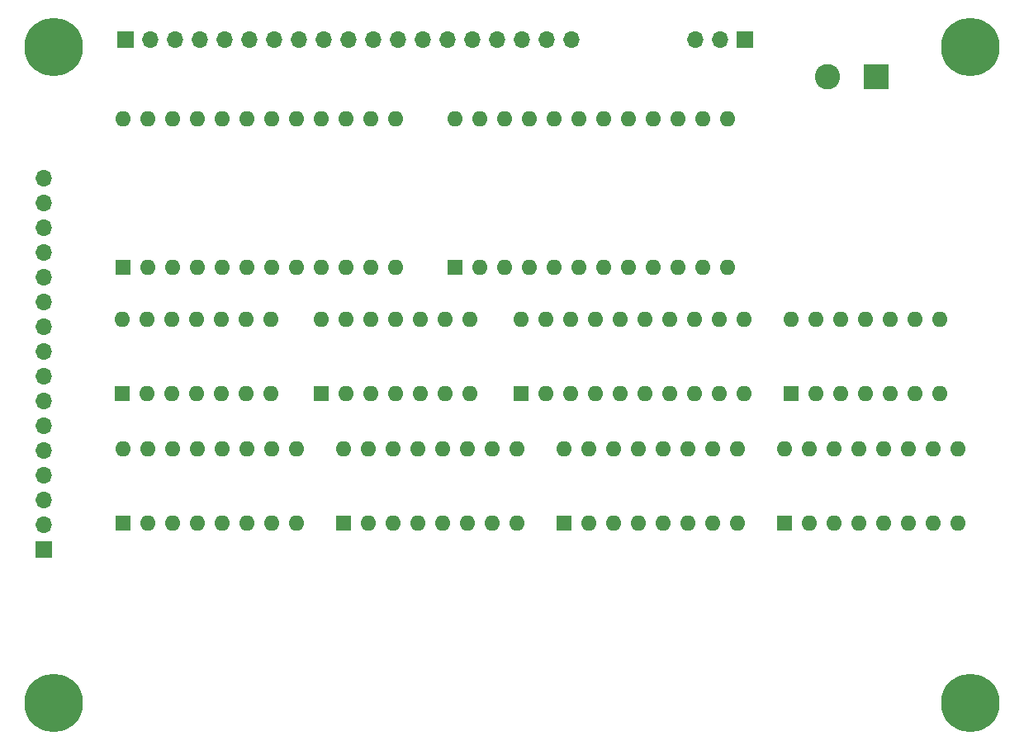
<source format=gbr>
%TF.GenerationSoftware,KiCad,Pcbnew,(5.1.9-0-10_14)*%
%TF.CreationDate,2021-07-06T01:07:33-04:00*%
%TF.ProjectId,ALU-181,414c552d-3138-4312-9e6b-696361645f70,rev?*%
%TF.SameCoordinates,Original*%
%TF.FileFunction,Soldermask,Bot*%
%TF.FilePolarity,Negative*%
%FSLAX46Y46*%
G04 Gerber Fmt 4.6, Leading zero omitted, Abs format (unit mm)*
G04 Created by KiCad (PCBNEW (5.1.9-0-10_14)) date 2021-07-06 01:07:33*
%MOMM*%
%LPD*%
G01*
G04 APERTURE LIST*
%ADD10O,1.600000X1.600000*%
%ADD11R,1.600000X1.600000*%
%ADD12O,1.700000X1.700000*%
%ADD13R,1.700000X1.700000*%
%ADD14C,0.800000*%
%ADD15C,6.000000*%
%ADD16C,2.600000*%
%ADD17R,2.600000X2.600000*%
G04 APERTURE END LIST*
D10*
%TO.C,U7*%
X124206000Y-35306000D03*
X139446000Y-42926000D03*
X126746000Y-35306000D03*
X136906000Y-42926000D03*
X129286000Y-35306000D03*
X134366000Y-42926000D03*
X131826000Y-35306000D03*
X131826000Y-42926000D03*
X134366000Y-35306000D03*
X129286000Y-42926000D03*
X136906000Y-35306000D03*
X126746000Y-42926000D03*
X139446000Y-35306000D03*
D11*
X124206000Y-42926000D03*
%TD*%
D12*
%TO.C,J2*%
X149860000Y-6604000D03*
X147320000Y-6604000D03*
X144780000Y-6604000D03*
X142240000Y-6604000D03*
X139700000Y-6604000D03*
X137160000Y-6604000D03*
X134620000Y-6604000D03*
X132080000Y-6604000D03*
X129540000Y-6604000D03*
X127000000Y-6604000D03*
X124460000Y-6604000D03*
X121920000Y-6604000D03*
X119380000Y-6604000D03*
X116840000Y-6604000D03*
X114300000Y-6604000D03*
X111760000Y-6604000D03*
X109220000Y-6604000D03*
X106680000Y-6604000D03*
D13*
X104140000Y-6604000D03*
%TD*%
D12*
%TO.C,J17*%
X162560000Y-6604000D03*
X165100000Y-6604000D03*
D13*
X167640000Y-6604000D03*
%TD*%
D10*
%TO.C,U5*%
X171674000Y-48588000D03*
X189454000Y-56208000D03*
X174214000Y-48588000D03*
X186914000Y-56208000D03*
X176754000Y-48588000D03*
X184374000Y-56208000D03*
X179294000Y-48588000D03*
X181834000Y-56208000D03*
X181834000Y-48588000D03*
X179294000Y-56208000D03*
X184374000Y-48588000D03*
X176754000Y-56208000D03*
X186914000Y-48588000D03*
X174214000Y-56208000D03*
X189454000Y-48588000D03*
D11*
X171674000Y-56208000D03*
%TD*%
D10*
%TO.C,U4*%
X149068000Y-48588000D03*
X166848000Y-56208000D03*
X151608000Y-48588000D03*
X164308000Y-56208000D03*
X154148000Y-48588000D03*
X161768000Y-56208000D03*
X156688000Y-48588000D03*
X159228000Y-56208000D03*
X159228000Y-48588000D03*
X156688000Y-56208000D03*
X161768000Y-48588000D03*
X154148000Y-56208000D03*
X164308000Y-48588000D03*
X151608000Y-56208000D03*
X166848000Y-48588000D03*
D11*
X149068000Y-56208000D03*
%TD*%
D10*
%TO.C,U3*%
X172382000Y-35284000D03*
X187622000Y-42904000D03*
X174922000Y-35284000D03*
X185082000Y-42904000D03*
X177462000Y-35284000D03*
X182542000Y-42904000D03*
X180002000Y-35284000D03*
X180002000Y-42904000D03*
X182542000Y-35284000D03*
X177462000Y-42904000D03*
X185082000Y-35284000D03*
X174922000Y-42904000D03*
X187622000Y-35284000D03*
D11*
X172382000Y-42904000D03*
%TD*%
D10*
%TO.C,U2*%
X126462000Y-48588000D03*
X144242000Y-56208000D03*
X129002000Y-48588000D03*
X141702000Y-56208000D03*
X131542000Y-48588000D03*
X139162000Y-56208000D03*
X134082000Y-48588000D03*
X136622000Y-56208000D03*
X136622000Y-48588000D03*
X134082000Y-56208000D03*
X139162000Y-48588000D03*
X131542000Y-56208000D03*
X141702000Y-48588000D03*
X129002000Y-56208000D03*
X144242000Y-48588000D03*
D11*
X126462000Y-56208000D03*
%TD*%
D10*
%TO.C,U1*%
X103856000Y-48588000D03*
X121636000Y-56208000D03*
X106396000Y-48588000D03*
X119096000Y-56208000D03*
X108936000Y-48588000D03*
X116556000Y-56208000D03*
X111476000Y-48588000D03*
X114016000Y-56208000D03*
X114016000Y-48588000D03*
X111476000Y-56208000D03*
X116556000Y-48588000D03*
X108936000Y-56208000D03*
X119096000Y-48588000D03*
X106396000Y-56208000D03*
X121636000Y-48588000D03*
D11*
X103856000Y-56208000D03*
%TD*%
D14*
%TO.C,REF\u002A\u002A*%
X192344990Y-73085010D03*
X190754000Y-72426000D03*
X189163010Y-73085010D03*
X188504000Y-74676000D03*
X189163010Y-76266990D03*
X190754000Y-76926000D03*
X192344990Y-76266990D03*
X193004000Y-74676000D03*
D15*
X190754000Y-74676000D03*
%TD*%
%TO.C,REF\u002A\u002A*%
X190754000Y-7366000D03*
D14*
X193004000Y-7366000D03*
X192344990Y-8956990D03*
X190754000Y-9616000D03*
X189163010Y-8956990D03*
X188504000Y-7366000D03*
X189163010Y-5775010D03*
X190754000Y-5116000D03*
X192344990Y-5775010D03*
%TD*%
D15*
%TO.C,REF\u002A\u002A*%
X96774000Y-74676000D03*
D14*
X99024000Y-74676000D03*
X98364990Y-76266990D03*
X96774000Y-76926000D03*
X95183010Y-76266990D03*
X94524000Y-74676000D03*
X95183010Y-73085010D03*
X96774000Y-72426000D03*
X98364990Y-73085010D03*
%TD*%
%TO.C,REF\u002A\u002A*%
X98364990Y-5775010D03*
X96774000Y-5116000D03*
X95183010Y-5775010D03*
X94524000Y-7366000D03*
X95183010Y-8956990D03*
X96774000Y-9616000D03*
X98364990Y-8956990D03*
X99024000Y-7366000D03*
D15*
X96774000Y-7366000D03*
%TD*%
D12*
%TO.C,J4*%
X95758000Y-20828000D03*
X95758000Y-23368000D03*
X95758000Y-25908000D03*
X95758000Y-28448000D03*
X95758000Y-30988000D03*
X95758000Y-33528000D03*
X95758000Y-36068000D03*
X95758000Y-38608000D03*
X95758000Y-41148000D03*
X95758000Y-43688000D03*
X95758000Y-46228000D03*
X95758000Y-48768000D03*
X95758000Y-51308000D03*
X95758000Y-53848000D03*
X95758000Y-56388000D03*
D13*
X95758000Y-58928000D03*
%TD*%
D10*
%TO.C,U11*%
X103886000Y-14732000D03*
X131826000Y-29972000D03*
X106426000Y-14732000D03*
X129286000Y-29972000D03*
X108966000Y-14732000D03*
X126746000Y-29972000D03*
X111506000Y-14732000D03*
X124206000Y-29972000D03*
X114046000Y-14732000D03*
X121666000Y-29972000D03*
X116586000Y-14732000D03*
X119126000Y-29972000D03*
X119126000Y-14732000D03*
X116586000Y-29972000D03*
X121666000Y-14732000D03*
X114046000Y-29972000D03*
X124206000Y-14732000D03*
X111506000Y-29972000D03*
X126746000Y-14732000D03*
X108966000Y-29972000D03*
X129286000Y-14732000D03*
X106426000Y-29972000D03*
X131826000Y-14732000D03*
D11*
X103886000Y-29972000D03*
%TD*%
D10*
%TO.C,U10*%
X144696000Y-35284000D03*
X167556000Y-42904000D03*
X147236000Y-35284000D03*
X165016000Y-42904000D03*
X149776000Y-35284000D03*
X162476000Y-42904000D03*
X152316000Y-35284000D03*
X159936000Y-42904000D03*
X154856000Y-35284000D03*
X157396000Y-42904000D03*
X157396000Y-35284000D03*
X154856000Y-42904000D03*
X159936000Y-35284000D03*
X152316000Y-42904000D03*
X162476000Y-35284000D03*
X149776000Y-42904000D03*
X165016000Y-35284000D03*
X147236000Y-42904000D03*
X167556000Y-35284000D03*
D11*
X144696000Y-42904000D03*
%TD*%
D10*
%TO.C,U9*%
X137922000Y-14732000D03*
X165862000Y-29972000D03*
X140462000Y-14732000D03*
X163322000Y-29972000D03*
X143002000Y-14732000D03*
X160782000Y-29972000D03*
X145542000Y-14732000D03*
X158242000Y-29972000D03*
X148082000Y-14732000D03*
X155702000Y-29972000D03*
X150622000Y-14732000D03*
X153162000Y-29972000D03*
X153162000Y-14732000D03*
X150622000Y-29972000D03*
X155702000Y-14732000D03*
X148082000Y-29972000D03*
X158242000Y-14732000D03*
X145542000Y-29972000D03*
X160782000Y-14732000D03*
X143002000Y-29972000D03*
X163322000Y-14732000D03*
X140462000Y-29972000D03*
X165862000Y-14732000D03*
D11*
X137922000Y-29972000D03*
%TD*%
D10*
%TO.C,U8*%
X103802000Y-35284000D03*
X119042000Y-42904000D03*
X106342000Y-35284000D03*
X116502000Y-42904000D03*
X108882000Y-35284000D03*
X113962000Y-42904000D03*
X111422000Y-35284000D03*
X111422000Y-42904000D03*
X113962000Y-35284000D03*
X108882000Y-42904000D03*
X116502000Y-35284000D03*
X106342000Y-42904000D03*
X119042000Y-35284000D03*
D11*
X103802000Y-42904000D03*
%TD*%
D16*
%TO.C,J3*%
X176102000Y-10414000D03*
D17*
X181102000Y-10414000D03*
%TD*%
M02*

</source>
